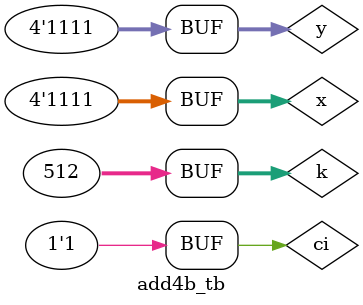
<source format=v>
module add4b (
  input [3:0] x, y,
  input ci,
  output [3:0] z,
  output co
);
  wire c1, c2, c3;
  fac inst1 (.x(x[0]), .y(y[0]), .ci(ci), .z(z[0]), .co(c1));
  fac inst2 (.x(x[1]), .y(y[1]), .ci(c1), .z(z[1]), .co(c2));
  fac inst3 (.x(x[2]), .y(y[2]), .ci(c2), .z(z[2]), .co(c3));
  fac inst4 (.x(x[3]), .y(y[3]), .ci(c3), .z(z[3]), .co(co));
endmodule

module add4b_tb;
  reg [3:0] x, y;
  reg ci;
  wire [3:0] z;
  wire co;
  
  add4b inst1 (.x(x), .y(y), .ci(ci), .z(z), .co(co));
  
  integer k;
  initial begin
    $display("time\tx\ty\tci\tco\tz");
    $monitor("%4t\t%4b\t%4b\t%b\t%b\t%4b", $time,x,y,ci,co,z);
    {x, y, ci} = 0;
    for (k = 1; k < 512; k = k + 1)
      #20 {x, y, ci} = k;
    #20;
  end
endmodule
</source>
